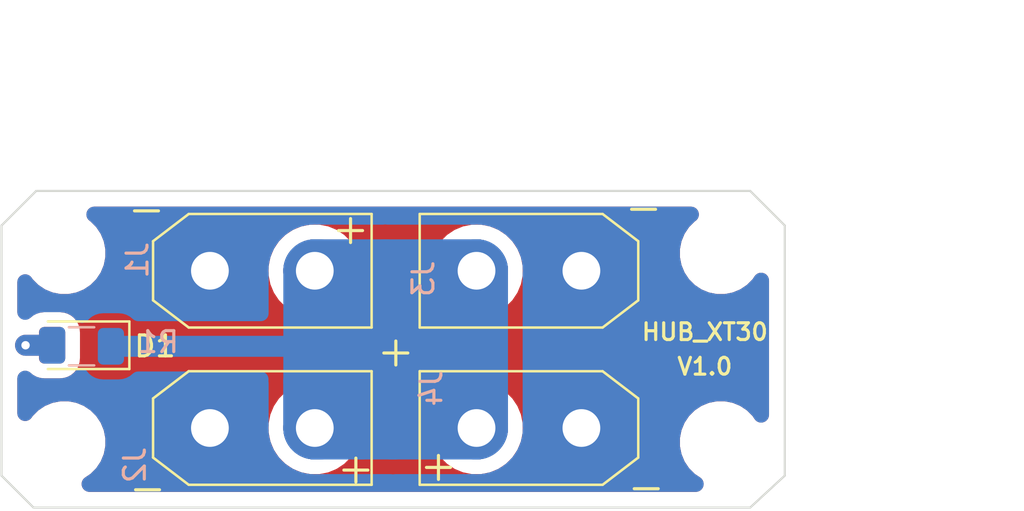
<source format=kicad_pcb>
(kicad_pcb (version 20171130) (host pcbnew 5.1.2-f72e74a~84~ubuntu18.04.1)

  (general
    (thickness 1.6)
    (drawings 14)
    (tracks 29)
    (zones 0)
    (modules 10)
    (nets 4)
  )

  (page A4)
  (layers
    (0 F.Cu signal)
    (31 B.Cu signal)
    (32 B.Adhes user)
    (33 F.Adhes user)
    (34 B.Paste user)
    (35 F.Paste user)
    (36 B.SilkS user)
    (37 F.SilkS user)
    (38 B.Mask user)
    (39 F.Mask user)
    (40 Dwgs.User user)
    (41 Cmts.User user)
    (42 Eco1.User user)
    (43 Eco2.User user)
    (44 Edge.Cuts user)
    (45 Margin user)
    (46 B.CrtYd user)
    (47 F.CrtYd user)
    (48 B.Fab user)
    (49 F.Fab user hide)
  )

  (setup
    (last_trace_width 0.25)
    (user_trace_width 1)
    (user_trace_width 2)
    (user_trace_width 3)
    (trace_clearance 0.2)
    (zone_clearance 0.7)
    (zone_45_only no)
    (trace_min 0.2)
    (via_size 0.8)
    (via_drill 0.4)
    (via_min_size 0.4)
    (via_min_drill 0.3)
    (uvia_size 0.3)
    (uvia_drill 0.1)
    (uvias_allowed no)
    (uvia_min_size 0.2)
    (uvia_min_drill 0.1)
    (edge_width 0.05)
    (segment_width 0.2)
    (pcb_text_width 0.3)
    (pcb_text_size 1.5 1.5)
    (mod_edge_width 0.12)
    (mod_text_size 1 1)
    (mod_text_width 0.15)
    (pad_size 2.5 2.5)
    (pad_drill 2.5)
    (pad_to_mask_clearance 0.051)
    (solder_mask_min_width 0.25)
    (aux_axis_origin 0 0)
    (visible_elements FFFFFF7F)
    (pcbplotparams
      (layerselection 0x010fc_ffffffff)
      (usegerberextensions false)
      (usegerberattributes false)
      (usegerberadvancedattributes false)
      (creategerberjobfile false)
      (excludeedgelayer true)
      (linewidth 0.100000)
      (plotframeref false)
      (viasonmask false)
      (mode 1)
      (useauxorigin false)
      (hpglpennumber 1)
      (hpglpenspeed 20)
      (hpglpendiameter 15.000000)
      (psnegative false)
      (psa4output false)
      (plotreference true)
      (plotvalue true)
      (plotinvisibletext false)
      (padsonsilk false)
      (subtractmaskfromsilk false)
      (outputformat 1)
      (mirror false)
      (drillshape 0)
      (scaleselection 1)
      (outputdirectory "gerber/"))
  )

  (net 0 "")
  (net 1 /MOINS)
  (net 2 "Net-(D1-Pad2)")
  (net 3 /PLUS)

  (net_class Default "This is the default net class."
    (clearance 0.2)
    (trace_width 0.25)
    (via_dia 0.8)
    (via_drill 0.4)
    (uvia_dia 0.3)
    (uvia_drill 0.1)
    (add_net /MOINS)
    (add_net /PLUS)
    (add_net "Net-(D1-Pad2)")
  )

  (module Diode_SMD:D_1206_3216Metric (layer F.Cu) (tedit 5B301BBE) (tstamp 5D7E3A2E)
    (at 131.315 93.345 180)
    (descr "Diode SMD 1206 (3216 Metric), square (rectangular) end terminal, IPC_7351 nominal, (Body size source: http://www.tortai-tech.com/upload/download/2011102023233369053.pdf), generated with kicad-footprint-generator")
    (tags diode)
    (path /5D7E2117)
    (attr smd)
    (fp_text reference D1 (at -3.5052 -0.0508) (layer F.SilkS)
      (effects (font (size 1 1) (thickness 0.15)))
    )
    (fp_text value LED (at 0 1.82) (layer F.Fab)
      (effects (font (size 1 1) (thickness 0.15)))
    )
    (fp_line (start 1.6 -0.8) (end -1.2 -0.8) (layer F.Fab) (width 0.1))
    (fp_line (start -1.2 -0.8) (end -1.6 -0.4) (layer F.Fab) (width 0.1))
    (fp_line (start -1.6 -0.4) (end -1.6 0.8) (layer F.Fab) (width 0.1))
    (fp_line (start -1.6 0.8) (end 1.6 0.8) (layer F.Fab) (width 0.1))
    (fp_line (start 1.6 0.8) (end 1.6 -0.8) (layer F.Fab) (width 0.1))
    (fp_line (start 1.6 -1.135) (end -2.285 -1.135) (layer F.SilkS) (width 0.12))
    (fp_line (start -2.285 -1.135) (end -2.285 1.135) (layer F.SilkS) (width 0.12))
    (fp_line (start -2.285 1.135) (end 1.6 1.135) (layer F.SilkS) (width 0.12))
    (fp_line (start -2.28 1.12) (end -2.28 -1.12) (layer F.CrtYd) (width 0.05))
    (fp_line (start -2.28 -1.12) (end 2.28 -1.12) (layer F.CrtYd) (width 0.05))
    (fp_line (start 2.28 -1.12) (end 2.28 1.12) (layer F.CrtYd) (width 0.05))
    (fp_line (start 2.28 1.12) (end -2.28 1.12) (layer F.CrtYd) (width 0.05))
    (fp_text user %R (at 0 0) (layer F.Fab)
      (effects (font (size 0.8 0.8) (thickness 0.12)))
    )
    (pad 1 smd roundrect (at -1.4 0 180) (size 1.25 1.75) (layers F.Cu F.Paste F.Mask) (roundrect_rratio 0.2)
      (net 1 /MOINS))
    (pad 2 smd roundrect (at 1.4 0 180) (size 1.25 1.75) (layers F.Cu F.Paste F.Mask) (roundrect_rratio 0.2)
      (net 2 "Net-(D1-Pad2)"))
    (model ${KISYS3DMOD}/Diode_SMD.3dshapes/D_1206_3216Metric.wrl
      (at (xyz 0 0 0))
      (scale (xyz 1 1 1))
      (rotate (xyz 0 0 0))
    )
  )

  (module XT30:AMASS_XT30UPB-M_1x02_P5.0mm_Vertical (layer F.Cu) (tedit 5C8E9BD9) (tstamp 5D7E430C)
    (at 137.440201 89.789801)
    (descr "Connector XT30 Vertical PCB Male, https://www.tme.eu/en/Document/4acc913878197f8c2e30d4b8cdc47230/XT30UPB%20SPEC.pdf")
    (tags "RC Connector XT30")
    (path /5D7DD99F)
    (fp_text reference J1 (at -3.455201 -0.508801 270) (layer B.SilkS)
      (effects (font (size 1 1) (thickness 0.15)) (justify mirror))
    )
    (fp_text value Conn_XT30M (at 2.5 4) (layer F.Fab)
      (effects (font (size 1 1) (thickness 0.15)))
    )
    (fp_text user + (at 6.704799 -2.032801) (layer F.SilkS)
      (effects (font (size 1.5 1.5) (thickness 0.15)))
    )
    (fp_text user - (at -3.023401 -2.972601) (layer F.SilkS)
      (effects (font (size 1.5 1.5) (thickness 0.15)))
    )
    (fp_line (start -3.1 1.8) (end -1.4 3.1) (layer F.CrtYd) (width 0.05))
    (fp_line (start -3.1 -1.8) (end -1.4 -3.1) (layer F.CrtYd) (width 0.05))
    (fp_line (start -1.4 3.1) (end 8.1 3.1) (layer F.CrtYd) (width 0.05))
    (fp_line (start -3.1 -1.8) (end -3.1 1.8) (layer F.CrtYd) (width 0.05))
    (fp_line (start 8.1 -3.1) (end 8.1 3.1) (layer F.CrtYd) (width 0.05))
    (fp_line (start -1.4 -3.1) (end 8.1 -3.1) (layer F.CrtYd) (width 0.05))
    (fp_line (start -2.71 -1.41) (end -2.71 1.41) (layer F.SilkS) (width 0.12))
    (fp_line (start -2.71 1.41) (end -1.01 2.71) (layer F.SilkS) (width 0.12))
    (fp_line (start -2.71 -1.41) (end -1.01 -2.71) (layer F.SilkS) (width 0.12))
    (fp_line (start -1.01 2.71) (end 7.71 2.71) (layer F.SilkS) (width 0.12))
    (fp_line (start 7.71 -2.71) (end 7.71 2.71) (layer F.SilkS) (width 0.12))
    (fp_line (start -1.01 -2.71) (end 7.71 -2.71) (layer F.SilkS) (width 0.12))
    (fp_line (start -2.6 1.3) (end -0.9 2.6) (layer F.Fab) (width 0.1))
    (fp_line (start -2.6 -1.3) (end -0.9 -2.6) (layer F.Fab) (width 0.1))
    (fp_line (start -0.9 2.6) (end 7.6 2.6) (layer F.Fab) (width 0.1))
    (fp_line (start -0.9 -2.6) (end 7.6 -2.6) (layer F.Fab) (width 0.1))
    (fp_line (start 7.6 -2.6) (end 7.6 2.6) (layer F.Fab) (width 0.1))
    (fp_line (start -2.6 -1.3) (end -2.6 1.3) (layer F.Fab) (width 0.1))
    (fp_text user %R (at 2.5 0) (layer F.Fab)
      (effects (font (size 1 1) (thickness 0.15)))
    )
    (pad 2 thru_hole circle (at 5 0) (size 3 3) (drill 1.8) (layers *.Cu *.Mask)
      (net 3 /PLUS))
    (pad 1 thru_hole rect (at 0 0) (size 3 3) (drill 1.8) (layers *.Cu *.Mask)
      (net 1 /MOINS))
    (model ${KISYS3DMOD}/Connector_AMASS.3dshapes/AMASS_XT30UPB-M_1x02_P5.0mm_Vertical.wrl
      (at (xyz 0 0 0))
      (scale (xyz 1 1 1))
      (rotate (xyz 0 0 0))
    )
  )

  (module XT30:AMASS_XT30UPB-F_1x02_P5.0mm_Vertical (layer F.Cu) (tedit 5C8E9B79) (tstamp 5D7E4A9A)
    (at 137.440201 97.293801)
    (descr "Connector XT30 Vertical PCB Female, https://www.tme.eu/en/Document/4acc913878197f8c2e30d4b8cdc47230/XT30UPB%20SPEC.pdf")
    (tags "RC Connector XT30")
    (path /5D7DE95A)
    (fp_text reference J2 (at -3.582201 1.766199 270) (layer B.SilkS)
      (effects (font (size 1 1) (thickness 0.15)) (justify mirror))
    )
    (fp_text value Conn_XT30F (at 2.5 4) (layer F.Fab)
      (effects (font (size 1 1) (thickness 0.15)))
    )
    (fp_text user - (at -2.972601 2.832999) (layer F.SilkS)
      (effects (font (size 1.5 1.5) (thickness 0.15)))
    )
    (fp_text user + (at 6.958799 1.893199) (layer F.SilkS)
      (effects (font (size 1.5 1.5) (thickness 0.15)))
    )
    (fp_line (start -3.1 1.8) (end -1.4 3.1) (layer F.CrtYd) (width 0.05))
    (fp_line (start -3.1 -1.8) (end -1.4 -3.1) (layer F.CrtYd) (width 0.05))
    (fp_line (start -1.4 3.1) (end 8.1 3.1) (layer F.CrtYd) (width 0.05))
    (fp_line (start -3.1 -1.8) (end -3.1 1.8) (layer F.CrtYd) (width 0.05))
    (fp_line (start 8.1 -3.1) (end 8.1 3.1) (layer F.CrtYd) (width 0.05))
    (fp_line (start -1.4 -3.1) (end 8.1 -3.1) (layer F.CrtYd) (width 0.05))
    (fp_line (start -2.71 -1.41) (end -2.71 1.41) (layer F.SilkS) (width 0.12))
    (fp_line (start -2.71 1.41) (end -1.01 2.71) (layer F.SilkS) (width 0.12))
    (fp_line (start -2.71 -1.41) (end -1.01 -2.71) (layer F.SilkS) (width 0.12))
    (fp_line (start -1.01 2.71) (end 7.71 2.71) (layer F.SilkS) (width 0.12))
    (fp_line (start 7.71 -2.71) (end 7.71 2.71) (layer F.SilkS) (width 0.12))
    (fp_line (start -1.01 -2.71) (end 7.71 -2.71) (layer F.SilkS) (width 0.12))
    (fp_line (start -2.6 1.3) (end -0.9 2.6) (layer F.Fab) (width 0.1))
    (fp_line (start -2.6 -1.3) (end -0.9 -2.6) (layer F.Fab) (width 0.1))
    (fp_line (start -0.9 2.6) (end 7.6 2.6) (layer F.Fab) (width 0.1))
    (fp_line (start -0.9 -2.6) (end 7.6 -2.6) (layer F.Fab) (width 0.1))
    (fp_line (start 7.6 -2.6) (end 7.6 2.6) (layer F.Fab) (width 0.1))
    (fp_line (start -2.6 -1.3) (end -2.6 1.3) (layer F.Fab) (width 0.1))
    (fp_text user %R (at 2.5 0) (layer F.Fab)
      (effects (font (size 1 1) (thickness 0.15)))
    )
    (pad 2 thru_hole circle (at 5 0) (size 3 3) (drill 1.8) (layers *.Cu *.Mask)
      (net 3 /PLUS))
    (pad 1 thru_hole rect (at 0 0) (size 3 3) (drill 1.8) (layers *.Cu *.Mask)
      (net 1 /MOINS))
    (model ${KISYS3DMOD}/Connector_AMASS.3dshapes/AMASS_XT30UPB-F_1x02_P5.0mm_Vertical.wrl
      (at (xyz 0 0 0))
      (scale (xyz 1 1 1))
      (rotate (xyz 0 0 0))
    )
  )

  (module XT30:AMASS_XT30UPB-F_1x02_P5.0mm_Vertical (layer F.Cu) (tedit 5C8E9B79) (tstamp 5D7E3B08)
    (at 155.151201 89.789801 180)
    (descr "Connector XT30 Vertical PCB Female, https://www.tme.eu/en/Document/4acc913878197f8c2e30d4b8cdc47230/XT30UPB%20SPEC.pdf")
    (tags "RC Connector XT30")
    (path /5D7DFC88)
    (fp_text reference J3 (at 7.535799 -0.381801 90) (layer B.SilkS)
      (effects (font (size 1 1) (thickness 0.15)) (justify mirror))
    )
    (fp_text value Conn_XT30F (at 2.5 4) (layer F.Fab)
      (effects (font (size 1 1) (thickness 0.15)))
    )
    (fp_text user - (at -2.963799 3.048801) (layer F.SilkS)
      (effects (font (size 1.5 1.5) (thickness 0.15)))
    )
    (fp_text user + (at 8.847201 -3.809199) (layer F.SilkS)
      (effects (font (size 1.5 1.5) (thickness 0.15)))
    )
    (fp_line (start -3.1 1.8) (end -1.4 3.1) (layer F.CrtYd) (width 0.05))
    (fp_line (start -3.1 -1.8) (end -1.4 -3.1) (layer F.CrtYd) (width 0.05))
    (fp_line (start -1.4 3.1) (end 8.1 3.1) (layer F.CrtYd) (width 0.05))
    (fp_line (start -3.1 -1.8) (end -3.1 1.8) (layer F.CrtYd) (width 0.05))
    (fp_line (start 8.1 -3.1) (end 8.1 3.1) (layer F.CrtYd) (width 0.05))
    (fp_line (start -1.4 -3.1) (end 8.1 -3.1) (layer F.CrtYd) (width 0.05))
    (fp_line (start -2.71 -1.41) (end -2.71 1.41) (layer F.SilkS) (width 0.12))
    (fp_line (start -2.71 1.41) (end -1.01 2.71) (layer F.SilkS) (width 0.12))
    (fp_line (start -2.71 -1.41) (end -1.01 -2.71) (layer F.SilkS) (width 0.12))
    (fp_line (start -1.01 2.71) (end 7.71 2.71) (layer F.SilkS) (width 0.12))
    (fp_line (start 7.71 -2.71) (end 7.71 2.71) (layer F.SilkS) (width 0.12))
    (fp_line (start -1.01 -2.71) (end 7.71 -2.71) (layer F.SilkS) (width 0.12))
    (fp_line (start -2.6 1.3) (end -0.9 2.6) (layer F.Fab) (width 0.1))
    (fp_line (start -2.6 -1.3) (end -0.9 -2.6) (layer F.Fab) (width 0.1))
    (fp_line (start -0.9 2.6) (end 7.6 2.6) (layer F.Fab) (width 0.1))
    (fp_line (start -0.9 -2.6) (end 7.6 -2.6) (layer F.Fab) (width 0.1))
    (fp_line (start 7.6 -2.6) (end 7.6 2.6) (layer F.Fab) (width 0.1))
    (fp_line (start -2.6 -1.3) (end -2.6 1.3) (layer F.Fab) (width 0.1))
    (fp_text user %R (at 2.5 0) (layer F.Fab)
      (effects (font (size 1 1) (thickness 0.15)))
    )
    (pad 2 thru_hole circle (at 5 0 180) (size 3 3) (drill 1.8) (layers *.Cu *.Mask)
      (net 3 /PLUS))
    (pad 1 thru_hole rect (at 0 0 180) (size 3 3) (drill 1.8) (layers *.Cu *.Mask)
      (net 1 /MOINS))
    (model ${KISYS3DMOD}/Connector_AMASS.3dshapes/AMASS_XT30UPB-F_1x02_P5.0mm_Vertical.wrl
      (at (xyz 0 0 0))
      (scale (xyz 1 1 1))
      (rotate (xyz 0 0 0))
    )
  )

  (module XT30:AMASS_XT30UPB-F_1x02_P5.0mm_Vertical (layer F.Cu) (tedit 5C8E9B79) (tstamp 5D7E3ABA)
    (at 155.151201 97.293801 180)
    (descr "Connector XT30 Vertical PCB Female, https://www.tme.eu/en/Document/4acc913878197f8c2e30d4b8cdc47230/XT30UPB%20SPEC.pdf")
    (tags "RC Connector XT30")
    (path /5D7E00C4)
    (fp_text reference J4 (at 7.154799 1.893199 90) (layer B.SilkS)
      (effects (font (size 1 1) (thickness 0.15)) (justify mirror))
    )
    (fp_text value Conn_XT30F (at 2.5 4) (layer F.Fab)
      (effects (font (size 1 1) (thickness 0.15)))
    )
    (fp_text user %R (at 2.5 0) (layer F.Fab)
      (effects (font (size 1 1) (thickness 0.15)))
    )
    (fp_line (start -2.6 -1.3) (end -2.6 1.3) (layer F.Fab) (width 0.1))
    (fp_line (start 7.6 -2.6) (end 7.6 2.6) (layer F.Fab) (width 0.1))
    (fp_line (start -0.9 -2.6) (end 7.6 -2.6) (layer F.Fab) (width 0.1))
    (fp_line (start -0.9 2.6) (end 7.6 2.6) (layer F.Fab) (width 0.1))
    (fp_line (start -2.6 -1.3) (end -0.9 -2.6) (layer F.Fab) (width 0.1))
    (fp_line (start -2.6 1.3) (end -0.9 2.6) (layer F.Fab) (width 0.1))
    (fp_line (start -1.01 -2.71) (end 7.71 -2.71) (layer F.SilkS) (width 0.12))
    (fp_line (start 7.71 -2.71) (end 7.71 2.71) (layer F.SilkS) (width 0.12))
    (fp_line (start -1.01 2.71) (end 7.71 2.71) (layer F.SilkS) (width 0.12))
    (fp_line (start -2.71 -1.41) (end -1.01 -2.71) (layer F.SilkS) (width 0.12))
    (fp_line (start -2.71 1.41) (end -1.01 2.71) (layer F.SilkS) (width 0.12))
    (fp_line (start -2.71 -1.41) (end -2.71 1.41) (layer F.SilkS) (width 0.12))
    (fp_line (start -1.4 -3.1) (end 8.1 -3.1) (layer F.CrtYd) (width 0.05))
    (fp_line (start 8.1 -3.1) (end 8.1 3.1) (layer F.CrtYd) (width 0.05))
    (fp_line (start -3.1 -1.8) (end -3.1 1.8) (layer F.CrtYd) (width 0.05))
    (fp_line (start -1.4 3.1) (end 8.1 3.1) (layer F.CrtYd) (width 0.05))
    (fp_line (start -3.1 -1.8) (end -1.4 -3.1) (layer F.CrtYd) (width 0.05))
    (fp_line (start -3.1 1.8) (end -1.4 3.1) (layer F.CrtYd) (width 0.05))
    (fp_text user + (at 6.815201 -1.766199) (layer F.SilkS)
      (effects (font (size 1.5 1.5) (thickness 0.15)))
    )
    (fp_text user - (at -3.090799 -2.782199) (layer F.SilkS)
      (effects (font (size 1.5 1.5) (thickness 0.15)))
    )
    (pad 1 thru_hole rect (at 0 0 180) (size 3 3) (drill 1.8) (layers *.Cu *.Mask)
      (net 1 /MOINS))
    (pad 2 thru_hole circle (at 5 0 180) (size 3 3) (drill 1.8) (layers *.Cu *.Mask)
      (net 3 /PLUS))
    (model ${KISYS3DMOD}/Connector_AMASS.3dshapes/AMASS_XT30UPB-F_1x02_P5.0mm_Vertical.wrl
      (at (xyz 0 0 0))
      (scale (xyz 1 1 1))
      (rotate (xyz 0 0 0))
    )
  )

  (module Resistor_SMD:R_1206_3216Metric (layer B.Cu) (tedit 5D7DDEE6) (tstamp 5D7E41FF)
    (at 131.321 93.3958 180)
    (descr "Resistor SMD 1206 (3216 Metric), square (rectangular) end terminal, IPC_7351 nominal, (Body size source: http://www.tortai-tech.com/upload/download/2011102023233369053.pdf), generated with kicad-footprint-generator")
    (tags resistor)
    (path /5D7E1936)
    (attr smd)
    (fp_text reference R1 (at -3.6576 0.2032) (layer B.SilkS)
      (effects (font (size 1 1) (thickness 0.15)) (justify mirror))
    )
    (fp_text value R (at 0 -1.82) (layer B.Fab) hide
      (effects (font (size 1 1) (thickness 0.15)) (justify mirror))
    )
    (fp_line (start -1.6 -0.8) (end -1.6 0.8) (layer B.Fab) (width 0.1))
    (fp_line (start -1.6 0.8) (end 1.6 0.8) (layer B.Fab) (width 0.1))
    (fp_line (start 1.6 0.8) (end 1.6 -0.8) (layer B.Fab) (width 0.1))
    (fp_line (start 1.6 -0.8) (end -1.6 -0.8) (layer B.Fab) (width 0.1))
    (fp_line (start -0.602064 0.91) (end 0.602064 0.91) (layer B.SilkS) (width 0.12))
    (fp_line (start -0.602064 -0.91) (end 0.602064 -0.91) (layer B.SilkS) (width 0.12))
    (fp_line (start -2.28 -1.12) (end -2.28 1.12) (layer B.CrtYd) (width 0.05))
    (fp_line (start -2.28 1.12) (end 2.28 1.12) (layer B.CrtYd) (width 0.05))
    (fp_line (start 2.28 1.12) (end 2.28 -1.12) (layer B.CrtYd) (width 0.05))
    (fp_line (start 2.28 -1.12) (end -2.28 -1.12) (layer B.CrtYd) (width 0.05))
    (fp_text user %R (at 0 0) (layer B.Fab)
      (effects (font (size 0.8 0.8) (thickness 0.12)) (justify mirror))
    )
    (pad 1 smd roundrect (at -1.4 0 180) (size 1.25 1.75) (layers B.Cu B.Paste B.Mask) (roundrect_rratio 0.2)
      (net 3 /PLUS))
    (pad 2 smd roundrect (at 1.4 0.0508 180) (size 1.25 1.75) (layers B.Cu B.Paste B.Mask) (roundrect_rratio 0.2)
      (net 2 "Net-(D1-Pad2)"))
    (model ${KISYS3DMOD}/Resistor_SMD.3dshapes/R_1206_3216Metric.wrl
      (at (xyz 0 0 0))
      (scale (xyz 1 1 1))
      (rotate (xyz 0 0 0))
    )
  )

  (module MountingHole:MountingHole_2.5mm (layer F.Cu) (tedit 5D7DE016) (tstamp 5D7E3F7D)
    (at 130.5052 88.9508)
    (descr "Mounting Hole 2.5mm, no annular")
    (tags "mounting hole 2.5mm no annular")
    (path /5D7EE897)
    (attr virtual)
    (fp_text reference H1 (at 0 -3.5) (layer F.SilkS) hide
      (effects (font (size 1 1) (thickness 0.15)))
    )
    (fp_text value MountingHole (at 0 3.5) (layer F.Fab)
      (effects (font (size 1 1) (thickness 0.15)))
    )
    (fp_text user %R (at 0.3 0) (layer F.Fab)
      (effects (font (size 1 1) (thickness 0.15)))
    )
    (fp_circle (center 0 0) (end 2.5 0) (layer Cmts.User) (width 0.15))
    (fp_circle (center 0 0) (end 2.75 0) (layer F.CrtYd) (width 0.05))
    (pad "" np_thru_hole circle (at 0 0) (size 2.5 2.5) (drill 2.5) (layers *.Cu *.Mask))
  )

  (module MountingHole:MountingHole_2.5mm (layer F.Cu) (tedit 5D7DE02D) (tstamp 5D7E3E70)
    (at 161.798 88.9508)
    (descr "Mounting Hole 2.5mm, no annular")
    (tags "mounting hole 2.5mm no annular")
    (path /5D7EEA2B)
    (attr virtual)
    (fp_text reference H2 (at 0 -3.5) (layer F.SilkS) hide
      (effects (font (size 1 1) (thickness 0.15)))
    )
    (fp_text value MountingHole (at 0 3.5) (layer F.Fab)
      (effects (font (size 1 1) (thickness 0.15)))
    )
    (fp_circle (center 0 0) (end 2.75 0) (layer F.CrtYd) (width 0.05))
    (fp_circle (center 0 0) (end 2.5 0) (layer Cmts.User) (width 0.15))
    (fp_text user %R (at 0.3 0) (layer F.Fab)
      (effects (font (size 1 1) (thickness 0.15)))
    )
    (pad "" np_thru_hole circle (at 0 0) (size 2.5 2.5) (drill 2.5) (layers *.Cu *.Mask))
  )

  (module MountingHole:MountingHole_2.5mm (layer F.Cu) (tedit 56D1B4CB) (tstamp 5D7E3E78)
    (at 130.5052 97.9678)
    (descr "Mounting Hole 2.5mm, no annular")
    (tags "mounting hole 2.5mm no annular")
    (path /5D7EEC87)
    (attr virtual)
    (fp_text reference H3 (at 0 -3.5) (layer F.SilkS) hide
      (effects (font (size 1 1) (thickness 0.15)))
    )
    (fp_text value MountingHole (at 0 3.5) (layer F.Fab)
      (effects (font (size 1 1) (thickness 0.15)))
    )
    (fp_text user %R (at 0.3 0) (layer F.Fab)
      (effects (font (size 1 1) (thickness 0.15)))
    )
    (fp_circle (center 0 0) (end 2.5 0) (layer Cmts.User) (width 0.15))
    (fp_circle (center 0 0) (end 2.75 0) (layer F.CrtYd) (width 0.05))
    (pad 1 np_thru_hole circle (at 0 0) (size 2.5 2.5) (drill 2.5) (layers *.Cu *.Mask))
  )

  (module MountingHole:MountingHole_2.5mm (layer F.Cu) (tedit 56D1B4CB) (tstamp 5D7E3E80)
    (at 161.798 97.9678)
    (descr "Mounting Hole 2.5mm, no annular")
    (tags "mounting hole 2.5mm no annular")
    (path /5D7EF0D4)
    (attr virtual)
    (fp_text reference H4 (at 0 -3.5) (layer F.SilkS) hide
      (effects (font (size 1 1) (thickness 0.15)))
    )
    (fp_text value MountingHole (at 0 3.5) (layer F.Fab)
      (effects (font (size 1 1) (thickness 0.15)))
    )
    (fp_circle (center 0 0) (end 2.75 0) (layer F.CrtYd) (width 0.05))
    (fp_circle (center 0 0) (end 2.5 0) (layer Cmts.User) (width 0.15))
    (fp_text user %R (at 0.3 0) (layer F.Fab)
      (effects (font (size 1 1) (thickness 0.15)))
    )
    (pad 1 np_thru_hole circle (at 0 0) (size 2.5 2.5) (drill 2.5) (layers *.Cu *.Mask))
  )

  (dimension 37.338 (width 0.15) (layer Dwgs.User)
    (gr_text "37,338 mm" (at 146.177 77.567) (layer Dwgs.User)
      (effects (font (size 1 1) (thickness 0.15)))
    )
    (feature1 (pts (xy 164.846 99.314) (xy 164.846 78.280579)))
    (feature2 (pts (xy 127.508 99.314) (xy 127.508 78.280579)))
    (crossbar (pts (xy 127.508 78.867) (xy 164.846 78.867)))
    (arrow1a (pts (xy 164.846 78.867) (xy 163.719496 79.453421)))
    (arrow1b (pts (xy 164.846 78.867) (xy 163.719496 78.280579)))
    (arrow2a (pts (xy 127.508 78.867) (xy 128.634504 79.453421)))
    (arrow2b (pts (xy 127.508 78.867) (xy 128.634504 78.280579)))
  )
  (dimension 15.113 (width 0.15) (layer Dwgs.User)
    (gr_text "15,113 mm" (at 174.909 93.5355 -90) (layer Dwgs.User)
      (effects (font (size 1 1) (thickness 0.15)))
    )
    (feature1 (pts (xy 161.29 85.979) (xy 174.195421 85.979)))
    (feature2 (pts (xy 161.29 101.092) (xy 174.195421 101.092)))
    (crossbar (pts (xy 173.609 101.092) (xy 173.609 85.979)))
    (arrow1a (pts (xy 173.609 85.979) (xy 174.195421 87.105504)))
    (arrow1b (pts (xy 173.609 85.979) (xy 173.022579 87.105504)))
    (arrow2a (pts (xy 173.609 101.092) (xy 174.195421 99.965496)))
    (arrow2b (pts (xy 173.609 101.092) (xy 173.022579 99.965496)))
  )
  (dimension 9.017 (width 0.15) (layer Dwgs.User)
    (gr_text "9,017 mm" (at 169.194 93.4593 270) (layer Dwgs.User)
      (effects (font (size 1 1) (thickness 0.15)))
    )
    (feature1 (pts (xy 161.798 97.9678) (xy 168.480421 97.9678)))
    (feature2 (pts (xy 161.798 88.9508) (xy 168.480421 88.9508)))
    (crossbar (pts (xy 167.894 88.9508) (xy 167.894 97.9678)))
    (arrow1a (pts (xy 167.894 97.9678) (xy 167.307579 96.841296)))
    (arrow1b (pts (xy 167.894 97.9678) (xy 168.480421 96.841296)))
    (arrow2a (pts (xy 167.894 88.9508) (xy 167.307579 90.077304)))
    (arrow2b (pts (xy 167.894 88.9508) (xy 168.480421 90.077304)))
  )
  (dimension 31.2928 (width 0.15) (layer Dwgs.User)
    (gr_text "31,293 mm" (at 146.1516 80.995681) (layer Dwgs.User)
      (effects (font (size 1 1) (thickness 0.15)))
    )
    (feature1 (pts (xy 130.5052 88.9508) (xy 130.5052 81.70926)))
    (feature2 (pts (xy 161.798 88.9508) (xy 161.798 81.70926)))
    (crossbar (pts (xy 161.798 82.295681) (xy 130.5052 82.295681)))
    (arrow1a (pts (xy 130.5052 82.295681) (xy 131.631704 81.70926)))
    (arrow1b (pts (xy 130.5052 82.295681) (xy 131.631704 82.882102)))
    (arrow2a (pts (xy 161.798 82.295681) (xy 160.671496 81.70926)))
    (arrow2b (pts (xy 161.798 82.295681) (xy 160.671496 82.882102)))
  )
  (gr_text V1.0 (at 161.036 94.361) (layer F.SilkS) (tstamp 5D7E000B)
    (effects (font (size 0.8 0.8) (thickness 0.15)))
  )
  (gr_text HUB_XT30 (at 161.036 92.71) (layer F.SilkS)
    (effects (font (size 0.8 0.8) (thickness 0.15)))
  )
  (gr_line (start 163.195 101.092) (end 164.846 99.568) (layer Edge.Cuts) (width 0.1) (tstamp 5D7DFBE4))
  (gr_line (start 164.846 99.568) (end 164.846 87.63) (layer Edge.Cuts) (width 0.1) (tstamp 5D7DFB45))
  (gr_line (start 127.508 87.63) (end 129.159 85.979) (layer Edge.Cuts) (width 0.1) (tstamp 5D7DF8A0))
  (gr_line (start 127.508 99.568) (end 127.508 87.63) (layer Edge.Cuts) (width 0.1))
  (gr_line (start 129.032 101.092) (end 127.508 99.568) (layer Edge.Cuts) (width 0.1))
  (gr_line (start 163.195 101.092) (end 129.032 101.092) (layer Edge.Cuts) (width 0.1))
  (gr_line (start 163.195 85.979) (end 164.846 87.63) (layer Edge.Cuts) (width 0.1))
  (gr_line (start 129.159 85.979) (end 163.195 85.979) (layer Edge.Cuts) (width 0.1))

  (segment (start 137.440201 89.789801) (end 137.440201 97.293801) (width 3) (layer F.Cu) (net 1))
  (segment (start 155.151201 89.789801) (end 155.151201 97.293801) (width 3) (layer F.Cu) (net 1))
  (via (at 128.651 93.345) (size 0.8) (drill 0.4) (layers F.Cu B.Cu) (net 2))
  (segment (start 129.921 93.345) (end 128.651 93.345) (width 1) (layer B.Cu) (net 2))
  (segment (start 128.651 93.345) (end 129.915 93.345) (width 1) (layer F.Cu) (net 2))
  (segment (start 132.721 93.3958) (end 142.0368 93.3958) (width 1) (layer B.Cu) (net 3))
  (segment (start 142.440201 92.992399) (end 142.440201 89.789801) (width 1) (layer B.Cu) (net 3))
  (segment (start 142.0368 93.3958) (end 142.440201 92.992399) (width 1) (layer B.Cu) (net 3))
  (segment (start 142.440201 89.789801) (end 142.647201 89.789801) (width 3) (layer B.Cu) (net 3))
  (segment (start 142.647201 97.293801) (end 150.151201 89.789801) (width 3) (layer B.Cu) (net 3))
  (segment (start 142.440201 97.293801) (end 142.647201 97.293801) (width 3) (layer B.Cu) (net 3))
  (segment (start 142.440201 89.789801) (end 142.440201 97.293801) (width 3) (layer B.Cu) (net 3))
  (segment (start 150.151201 89.789801) (end 150.151201 97.293801) (width 3) (layer B.Cu) (net 3))
  (segment (start 142.440201 95.049799) (end 145.1737 92.3163) (width 3) (layer B.Cu) (net 3))
  (segment (start 142.440201 97.293801) (end 142.440201 95.049799) (width 3) (layer B.Cu) (net 3))
  (segment (start 142.647201 89.789801) (end 145.1737 92.3163) (width 3) (layer B.Cu) (net 3))
  (segment (start 150.151201 97.293801) (end 147.3327 94.4753) (width 3) (layer B.Cu) (net 3))
  (segment (start 145.1737 92.3163) (end 147.3327 94.4753) (width 3) (layer B.Cu) (net 3))
  (segment (start 142.440201 97.293801) (end 144.641199 97.293801) (width 3) (layer B.Cu) (net 3))
  (segment (start 147.3327 92.608302) (end 147.3327 94.4753) (width 3) (layer B.Cu) (net 3))
  (segment (start 150.151201 89.789801) (end 147.3327 92.608302) (width 3) (layer B.Cu) (net 3))
  (segment (start 145.796801 91.693199) (end 145.1737 92.3163) (width 3) (layer B.Cu) (net 3))
  (segment (start 145.796801 89.789801) (end 145.796801 91.693199) (width 3) (layer B.Cu) (net 3))
  (segment (start 145.796801 89.789801) (end 150.151201 89.789801) (width 3) (layer B.Cu) (net 3))
  (segment (start 142.440201 89.789801) (end 145.796801 89.789801) (width 3) (layer B.Cu) (net 3))
  (segment (start 146.165199 95.642801) (end 147.3327 94.4753) (width 3) (layer B.Cu) (net 3))
  (segment (start 146.165199 97.293801) (end 146.165199 95.642801) (width 3) (layer B.Cu) (net 3))
  (segment (start 146.165199 97.293801) (end 144.641199 97.293801) (width 3) (layer B.Cu) (net 3))
  (segment (start 150.151201 97.293801) (end 146.165199 97.293801) (width 3) (layer B.Cu) (net 3))

  (zone (net 1) (net_name /MOINS) (layer F.Cu) (tstamp 5D7E0A56) (hatch edge 0.508)
    (connect_pads yes (clearance 0.7))
    (min_thickness 0.75)
    (fill yes (arc_segments 32) (thermal_gap 1) (thermal_bridge_width 1))
    (polygon
      (pts
        (xy 129.286 86.106) (xy 129.286 86.233) (xy 163.195 86.233) (xy 164.592 87.63) (xy 164.592 99.314)
        (xy 163.195 100.838) (xy 129.286 100.965) (xy 127.762 99.441) (xy 127.762 88.265) (xy 129.159 86.233)
      )
    )
    (filled_polygon
      (pts
        (xy 160.315899 87.144854) (xy 159.992054 87.468699) (xy 159.737611 87.849499) (xy 159.562348 88.272622) (xy 159.473 88.721807)
        (xy 159.473 89.179793) (xy 159.562348 89.628978) (xy 159.737611 90.052101) (xy 159.992054 90.432901) (xy 160.315899 90.756746)
        (xy 160.696699 91.011189) (xy 161.119822 91.186452) (xy 161.569007 91.2758) (xy 162.026993 91.2758) (xy 162.476178 91.186452)
        (xy 162.899301 91.011189) (xy 163.280101 90.756746) (xy 163.603946 90.432901) (xy 163.721001 90.257717) (xy 163.721 96.660883)
        (xy 163.603946 96.485699) (xy 163.280101 96.161854) (xy 162.899301 95.907411) (xy 162.476178 95.732148) (xy 162.026993 95.6428)
        (xy 161.569007 95.6428) (xy 161.119822 95.732148) (xy 160.696699 95.907411) (xy 160.315899 96.161854) (xy 159.992054 96.485699)
        (xy 159.737611 96.866499) (xy 159.562348 97.289622) (xy 159.473 97.738807) (xy 159.473 98.196793) (xy 159.562348 98.645978)
        (xy 159.737611 99.069101) (xy 159.992054 99.449901) (xy 160.315899 99.773746) (xy 160.605123 99.967) (xy 131.698077 99.967)
        (xy 131.987301 99.773746) (xy 132.311146 99.449901) (xy 132.565589 99.069101) (xy 132.740852 98.645978) (xy 132.8302 98.196793)
        (xy 132.8302 97.738807) (xy 132.740852 97.289622) (xy 132.637533 97.040186) (xy 139.865201 97.040186) (xy 139.865201 97.547416)
        (xy 139.964157 98.044901) (xy 140.158266 98.513521) (xy 140.440068 98.935268) (xy 140.798734 99.293934) (xy 141.220481 99.575736)
        (xy 141.689101 99.769845) (xy 142.186586 99.868801) (xy 142.693816 99.868801) (xy 143.191301 99.769845) (xy 143.659921 99.575736)
        (xy 144.081668 99.293934) (xy 144.440334 98.935268) (xy 144.722136 98.513521) (xy 144.916245 98.044901) (xy 145.015201 97.547416)
        (xy 145.015201 97.040186) (xy 147.576201 97.040186) (xy 147.576201 97.547416) (xy 147.675157 98.044901) (xy 147.869266 98.513521)
        (xy 148.151068 98.935268) (xy 148.509734 99.293934) (xy 148.931481 99.575736) (xy 149.400101 99.769845) (xy 149.897586 99.868801)
        (xy 150.404816 99.868801) (xy 150.902301 99.769845) (xy 151.370921 99.575736) (xy 151.792668 99.293934) (xy 152.151334 98.935268)
        (xy 152.433136 98.513521) (xy 152.627245 98.044901) (xy 152.726201 97.547416) (xy 152.726201 97.040186) (xy 152.627245 96.542701)
        (xy 152.433136 96.074081) (xy 152.151334 95.652334) (xy 151.792668 95.293668) (xy 151.370921 95.011866) (xy 150.902301 94.817757)
        (xy 150.404816 94.718801) (xy 149.897586 94.718801) (xy 149.400101 94.817757) (xy 148.931481 95.011866) (xy 148.509734 95.293668)
        (xy 148.151068 95.652334) (xy 147.869266 96.074081) (xy 147.675157 96.542701) (xy 147.576201 97.040186) (xy 145.015201 97.040186)
        (xy 144.916245 96.542701) (xy 144.722136 96.074081) (xy 144.440334 95.652334) (xy 144.081668 95.293668) (xy 143.659921 95.011866)
        (xy 143.191301 94.817757) (xy 142.693816 94.718801) (xy 142.186586 94.718801) (xy 141.689101 94.817757) (xy 141.220481 95.011866)
        (xy 140.798734 95.293668) (xy 140.440068 95.652334) (xy 140.158266 96.074081) (xy 139.964157 96.542701) (xy 139.865201 97.040186)
        (xy 132.637533 97.040186) (xy 132.565589 96.866499) (xy 132.311146 96.485699) (xy 131.987301 96.161854) (xy 131.606501 95.907411)
        (xy 131.183378 95.732148) (xy 130.734193 95.6428) (xy 130.276207 95.6428) (xy 129.827022 95.732148) (xy 129.403899 95.907411)
        (xy 129.023099 96.161854) (xy 128.699254 96.485699) (xy 128.633 96.584855) (xy 128.633 94.938164) (xy 128.80098 95.076022)
        (xy 129.030954 95.198945) (xy 129.280491 95.274642) (xy 129.54 95.300201) (xy 130.29 95.300201) (xy 130.549509 95.274642)
        (xy 130.799046 95.198945) (xy 131.02902 95.076022) (xy 131.230594 94.910594) (xy 131.396022 94.70902) (xy 131.518945 94.479046)
        (xy 131.594642 94.229509) (xy 131.620201 93.97) (xy 131.620201 92.72) (xy 131.594642 92.460491) (xy 131.518945 92.210954)
        (xy 131.396022 91.98098) (xy 131.230594 91.779406) (xy 131.02902 91.613978) (xy 130.799046 91.491055) (xy 130.549509 91.415358)
        (xy 130.29 91.389799) (xy 129.54 91.389799) (xy 129.280491 91.415358) (xy 129.030954 91.491055) (xy 128.80098 91.613978)
        (xy 128.633 91.751836) (xy 128.633 90.333745) (xy 128.699254 90.432901) (xy 129.023099 90.756746) (xy 129.403899 91.011189)
        (xy 129.827022 91.186452) (xy 130.276207 91.2758) (xy 130.734193 91.2758) (xy 131.183378 91.186452) (xy 131.606501 91.011189)
        (xy 131.987301 90.756746) (xy 132.311146 90.432901) (xy 132.565589 90.052101) (xy 132.740852 89.628978) (xy 132.759309 89.536186)
        (xy 139.865201 89.536186) (xy 139.865201 90.043416) (xy 139.964157 90.540901) (xy 140.158266 91.009521) (xy 140.440068 91.431268)
        (xy 140.798734 91.789934) (xy 141.220481 92.071736) (xy 141.689101 92.265845) (xy 142.186586 92.364801) (xy 142.693816 92.364801)
        (xy 143.191301 92.265845) (xy 143.659921 92.071736) (xy 144.081668 91.789934) (xy 144.440334 91.431268) (xy 144.722136 91.009521)
        (xy 144.916245 90.540901) (xy 145.015201 90.043416) (xy 145.015201 89.536186) (xy 147.576201 89.536186) (xy 147.576201 90.043416)
        (xy 147.675157 90.540901) (xy 147.869266 91.009521) (xy 148.151068 91.431268) (xy 148.509734 91.789934) (xy 148.931481 92.071736)
        (xy 149.400101 92.265845) (xy 149.897586 92.364801) (xy 150.404816 92.364801) (xy 150.902301 92.265845) (xy 151.370921 92.071736)
        (xy 151.792668 91.789934) (xy 152.151334 91.431268) (xy 152.433136 91.009521) (xy 152.627245 90.540901) (xy 152.726201 90.043416)
        (xy 152.726201 89.536186) (xy 152.627245 89.038701) (xy 152.433136 88.570081) (xy 152.151334 88.148334) (xy 151.792668 87.789668)
        (xy 151.370921 87.507866) (xy 150.902301 87.313757) (xy 150.404816 87.214801) (xy 149.897586 87.214801) (xy 149.400101 87.313757)
        (xy 148.931481 87.507866) (xy 148.509734 87.789668) (xy 148.151068 88.148334) (xy 147.869266 88.570081) (xy 147.675157 89.038701)
        (xy 147.576201 89.536186) (xy 145.015201 89.536186) (xy 144.916245 89.038701) (xy 144.722136 88.570081) (xy 144.440334 88.148334)
        (xy 144.081668 87.789668) (xy 143.659921 87.507866) (xy 143.191301 87.313757) (xy 142.693816 87.214801) (xy 142.186586 87.214801)
        (xy 141.689101 87.313757) (xy 141.220481 87.507866) (xy 140.798734 87.789668) (xy 140.440068 88.148334) (xy 140.158266 88.570081)
        (xy 139.964157 89.038701) (xy 139.865201 89.536186) (xy 132.759309 89.536186) (xy 132.8302 89.179793) (xy 132.8302 88.721807)
        (xy 132.740852 88.272622) (xy 132.565589 87.849499) (xy 132.311146 87.468699) (xy 131.987301 87.144854) (xy 131.926159 87.104)
        (xy 160.377041 87.104)
      )
    )
  )
  (zone (net 1) (net_name /MOINS) (layer B.Cu) (tstamp 5D7E0A53) (hatch edge 0.508)
    (connect_pads yes (clearance 0.7))
    (min_thickness 0.75)
    (fill yes (arc_segments 32) (thermal_gap 1) (thermal_bridge_width 1))
    (polygon
      (pts
        (xy 129.286 86.003058) (xy 129.286 86.130058) (xy 163.195 86.130058) (xy 164.592 87.527058) (xy 164.592 99.211058)
        (xy 163.195 100.735058) (xy 129.286 100.862058) (xy 127.762 99.338058) (xy 127.762 88.162058) (xy 129.159 86.130058)
      )
    )
    (filled_polygon
      (pts
        (xy 160.315899 87.144854) (xy 159.992054 87.468699) (xy 159.737611 87.849499) (xy 159.562348 88.272622) (xy 159.473 88.721807)
        (xy 159.473 89.179793) (xy 159.562348 89.628978) (xy 159.737611 90.052101) (xy 159.992054 90.432901) (xy 160.315899 90.756746)
        (xy 160.696699 91.011189) (xy 161.119822 91.186452) (xy 161.569007 91.2758) (xy 162.026993 91.2758) (xy 162.476178 91.186452)
        (xy 162.899301 91.011189) (xy 163.280101 90.756746) (xy 163.603946 90.432901) (xy 163.721001 90.257717) (xy 163.721 96.660883)
        (xy 163.603946 96.485699) (xy 163.280101 96.161854) (xy 162.899301 95.907411) (xy 162.476178 95.732148) (xy 162.026993 95.6428)
        (xy 161.569007 95.6428) (xy 161.119822 95.732148) (xy 160.696699 95.907411) (xy 160.315899 96.161854) (xy 159.992054 96.485699)
        (xy 159.737611 96.866499) (xy 159.562348 97.289622) (xy 159.473 97.738807) (xy 159.473 98.196793) (xy 159.562348 98.645978)
        (xy 159.737611 99.069101) (xy 159.992054 99.449901) (xy 160.315899 99.773746) (xy 160.605123 99.967) (xy 131.698077 99.967)
        (xy 131.987301 99.773746) (xy 132.311146 99.449901) (xy 132.565589 99.069101) (xy 132.740852 98.645978) (xy 132.8302 98.196793)
        (xy 132.8302 97.738807) (xy 132.740852 97.289622) (xy 132.565589 96.866499) (xy 132.311146 96.485699) (xy 131.987301 96.161854)
        (xy 131.606501 95.907411) (xy 131.183378 95.732148) (xy 130.734193 95.6428) (xy 130.276207 95.6428) (xy 129.827022 95.732148)
        (xy 129.403899 95.907411) (xy 129.023099 96.161854) (xy 128.699254 96.485699) (xy 128.633 96.584855) (xy 128.633 94.93324)
        (xy 128.80698 95.076022) (xy 129.036954 95.198945) (xy 129.286491 95.274642) (xy 129.546 95.300201) (xy 130.296 95.300201)
        (xy 130.555509 95.274642) (xy 130.805046 95.198945) (xy 131.03502 95.076022) (xy 131.236594 94.910594) (xy 131.300155 94.833145)
        (xy 131.405406 94.961394) (xy 131.60698 95.126822) (xy 131.836954 95.249745) (xy 132.086491 95.325442) (xy 132.346 95.351001)
        (xy 133.096 95.351001) (xy 133.355509 95.325442) (xy 133.605046 95.249745) (xy 133.83502 95.126822) (xy 134.025133 94.9708)
        (xy 139.860523 94.9708) (xy 139.852742 95.049799) (xy 139.865201 95.176296) (xy 139.865201 97.167302) (xy 139.852742 97.293801)
        (xy 139.865201 97.420299) (xy 139.865201 97.547416) (xy 139.89 97.672088) (xy 139.902459 97.798589) (xy 139.939358 97.920229)
        (xy 139.964157 98.044901) (xy 140.012803 98.162342) (xy 140.049701 98.283979) (xy 140.109621 98.396082) (xy 140.158266 98.513521)
        (xy 140.228886 98.619211) (xy 140.288807 98.731316) (xy 140.369447 98.829576) (xy 140.440068 98.935268) (xy 140.529953 99.025153)
        (xy 140.610591 99.123411) (xy 140.708849 99.204049) (xy 140.798734 99.293934) (xy 140.904426 99.364555) (xy 141.002686 99.445195)
        (xy 141.114791 99.505116) (xy 141.220481 99.575736) (xy 141.33792 99.624381) (xy 141.450023 99.684301) (xy 141.57166 99.721199)
        (xy 141.689101 99.769845) (xy 141.813773 99.794644) (xy 141.935413 99.831543) (xy 142.061914 99.844002) (xy 142.186586 99.868801)
        (xy 142.313702 99.868801) (xy 142.440201 99.88126) (xy 142.543702 99.871066) (xy 142.647201 99.88126) (xy 142.773698 99.868801)
        (xy 146.0387 99.868801) (xy 146.165199 99.88126) (xy 146.291698 99.868801) (xy 150.024702 99.868801) (xy 150.096051 99.875828)
        (xy 150.1512 99.88126) (xy 150.151201 99.88126) (xy 150.2777 99.868801) (xy 150.404816 99.868801) (xy 150.529488 99.844002)
        (xy 150.655989 99.831543) (xy 150.777629 99.794644) (xy 150.902301 99.769845) (xy 151.019742 99.721199) (xy 151.141379 99.684301)
        (xy 151.253482 99.624381) (xy 151.370921 99.575736) (xy 151.476611 99.505116) (xy 151.588716 99.445195) (xy 151.686976 99.364555)
        (xy 151.792668 99.293934) (xy 151.882553 99.204049) (xy 151.980811 99.123411) (xy 152.06145 99.025152) (xy 152.151334 98.935268)
        (xy 152.221955 98.829576) (xy 152.302595 98.731316) (xy 152.362516 98.619211) (xy 152.433136 98.513521) (xy 152.481781 98.396082)
        (xy 152.541701 98.283979) (xy 152.578599 98.162342) (xy 152.627245 98.044901) (xy 152.652044 97.920229) (xy 152.688943 97.798589)
        (xy 152.701402 97.672088) (xy 152.726201 97.547416) (xy 152.726201 97.420299) (xy 152.73866 97.293801) (xy 152.726201 97.167302)
        (xy 152.726201 89.9163) (xy 152.73866 89.789801) (xy 152.726201 89.663302) (xy 152.726201 89.536186) (xy 152.701402 89.411514)
        (xy 152.688943 89.285013) (xy 152.652044 89.163374) (xy 152.627245 89.038701) (xy 152.578599 88.92126) (xy 152.541701 88.799623)
        (xy 152.481781 88.68752) (xy 152.433136 88.570081) (xy 152.362516 88.464391) (xy 152.302595 88.352286) (xy 152.221955 88.254026)
        (xy 152.151334 88.148334) (xy 152.06145 88.05845) (xy 151.980811 87.960191) (xy 151.882552 87.879552) (xy 151.792668 87.789668)
        (xy 151.686976 87.719047) (xy 151.588716 87.638407) (xy 151.476611 87.578486) (xy 151.370921 87.507866) (xy 151.253482 87.459221)
        (xy 151.141379 87.399301) (xy 151.019742 87.362403) (xy 150.902301 87.313757) (xy 150.777629 87.288958) (xy 150.655989 87.252059)
        (xy 150.529488 87.2396) (xy 150.404816 87.214801) (xy 150.2777 87.214801) (xy 150.151201 87.202342) (xy 150.1512 87.202342)
        (xy 150.105941 87.2068) (xy 150.024702 87.214801) (xy 145.9233 87.214801) (xy 145.796801 87.202342) (xy 145.670302 87.214801)
        (xy 142.773698 87.214801) (xy 142.647201 87.202342) (xy 142.543702 87.212536) (xy 142.440201 87.202342) (xy 142.313702 87.214801)
        (xy 142.186586 87.214801) (xy 142.061914 87.2396) (xy 141.935413 87.252059) (xy 141.813773 87.288958) (xy 141.689101 87.313757)
        (xy 141.57166 87.362403) (xy 141.450023 87.399301) (xy 141.33792 87.459221) (xy 141.220481 87.507866) (xy 141.114791 87.578486)
        (xy 141.002686 87.638407) (xy 140.904426 87.719047) (xy 140.798734 87.789668) (xy 140.70885 87.879552) (xy 140.610591 87.960191)
        (xy 140.529952 88.05845) (xy 140.440068 88.148334) (xy 140.369447 88.254026) (xy 140.288807 88.352286) (xy 140.228886 88.464391)
        (xy 140.158266 88.570081) (xy 140.109621 88.68752) (xy 140.049701 88.799623) (xy 140.012803 88.92126) (xy 139.964157 89.038701)
        (xy 139.939358 89.163373) (xy 139.902459 89.285013) (xy 139.89 89.411514) (xy 139.865201 89.536186) (xy 139.865201 89.663302)
        (xy 139.852742 89.789801) (xy 139.865201 89.9163) (xy 139.865201 91.8208) (xy 134.025133 91.8208) (xy 133.83502 91.664778)
        (xy 133.605046 91.541855) (xy 133.355509 91.466158) (xy 133.096 91.440599) (xy 132.346 91.440599) (xy 132.086491 91.466158)
        (xy 131.836954 91.541855) (xy 131.60698 91.664778) (xy 131.405406 91.830206) (xy 131.341845 91.907655) (xy 131.236594 91.779406)
        (xy 131.03502 91.613978) (xy 130.805046 91.491055) (xy 130.555509 91.415358) (xy 130.296 91.389799) (xy 129.546 91.389799)
        (xy 129.286491 91.415358) (xy 129.036954 91.491055) (xy 128.80698 91.613978) (xy 128.633 91.75676) (xy 128.633 90.333745)
        (xy 128.699254 90.432901) (xy 129.023099 90.756746) (xy 129.403899 91.011189) (xy 129.827022 91.186452) (xy 130.276207 91.2758)
        (xy 130.734193 91.2758) (xy 131.183378 91.186452) (xy 131.606501 91.011189) (xy 131.987301 90.756746) (xy 132.311146 90.432901)
        (xy 132.565589 90.052101) (xy 132.740852 89.628978) (xy 132.8302 89.179793) (xy 132.8302 88.721807) (xy 132.740852 88.272622)
        (xy 132.565589 87.849499) (xy 132.311146 87.468699) (xy 131.987301 87.144854) (xy 131.926159 87.104) (xy 160.377041 87.104)
      )
    )
  )
)

</source>
